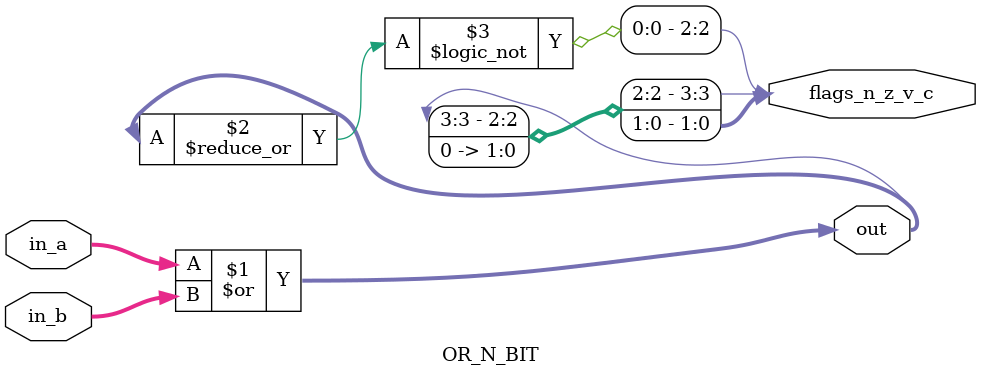
<source format=v>
module OR_N_BIT(flags_n_z_v_c, out, in_a, in_b);
	parameter size = 4;
	input [size-1:0] in_a, in_b;
	output [size-1:0] out;
	output [3:0] flags_n_z_v_c; // Negative, Zero, Overflow Carry


	assign out = in_a | in_b;
	assign flags_n_z_v_c[3] = out[size-1]; 	// Negative checks first bit
	assign flags_n_z_v_c[2] = ~|out;		// Zero Or's all bits
	assign flags_n_z_v_c[1] = 1'b0;			// Overflow Won't be set for ORing
	assign flags_n_z_v_c[0] = 1'b0;			// Carry Won't be set for ORing


endmodule
</source>
